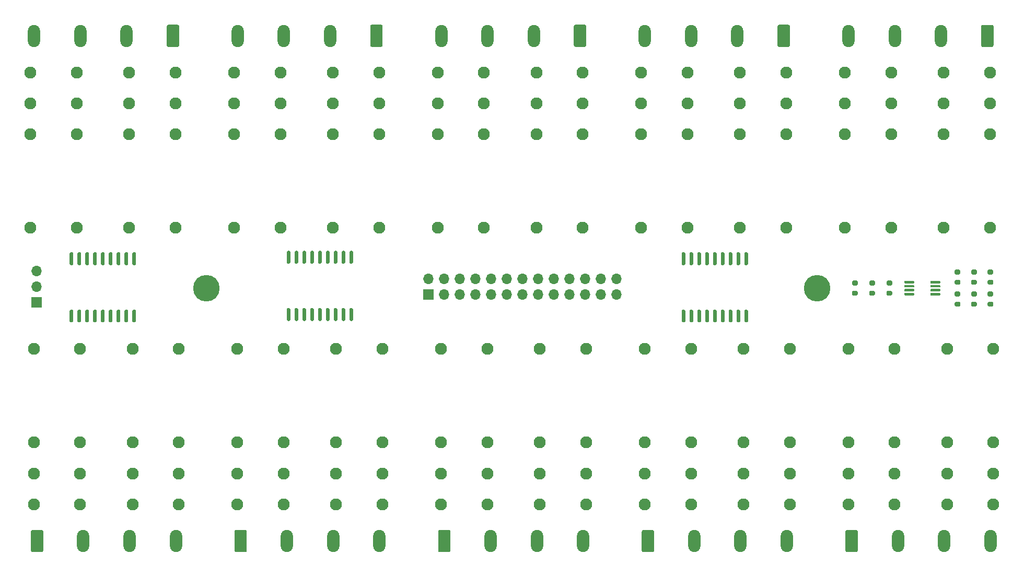
<source format=gbr>
%TF.GenerationSoftware,KiCad,Pcbnew,(5.1.6)-1*%
%TF.CreationDate,2021-10-14T08:46:51+02:00*%
%TF.ProjectId,boneIO - relay board,626f6e65-494f-4202-9d20-72656c617920,rev?*%
%TF.SameCoordinates,Original*%
%TF.FileFunction,Soldermask,Top*%
%TF.FilePolarity,Negative*%
%FSLAX46Y46*%
G04 Gerber Fmt 4.6, Leading zero omitted, Abs format (unit mm)*
G04 Created by KiCad (PCBNEW (5.1.6)-1) date 2021-10-14 08:46:51*
%MOMM*%
%LPD*%
G01*
G04 APERTURE LIST*
%ADD10O,1.700000X1.700000*%
%ADD11R,1.700000X1.700000*%
%ADD12C,4.300000*%
%ADD13C,1.950000*%
%ADD14O,2.000000X3.600000*%
G04 APERTURE END LIST*
%TO.C,U4*%
G36*
G01*
X440443000Y-313808000D02*
X440443000Y-313608000D01*
G75*
G02*
X440543000Y-313508000I100000J0D01*
G01*
X441968000Y-313508000D01*
G75*
G02*
X442068000Y-313608000I0J-100000D01*
G01*
X442068000Y-313808000D01*
G75*
G02*
X441968000Y-313908000I-100000J0D01*
G01*
X440543000Y-313908000D01*
G75*
G02*
X440443000Y-313808000I0J100000D01*
G01*
G37*
G36*
G01*
X440443000Y-314458000D02*
X440443000Y-314258000D01*
G75*
G02*
X440543000Y-314158000I100000J0D01*
G01*
X441968000Y-314158000D01*
G75*
G02*
X442068000Y-314258000I0J-100000D01*
G01*
X442068000Y-314458000D01*
G75*
G02*
X441968000Y-314558000I-100000J0D01*
G01*
X440543000Y-314558000D01*
G75*
G02*
X440443000Y-314458000I0J100000D01*
G01*
G37*
G36*
G01*
X440443000Y-315108000D02*
X440443000Y-314908000D01*
G75*
G02*
X440543000Y-314808000I100000J0D01*
G01*
X441968000Y-314808000D01*
G75*
G02*
X442068000Y-314908000I0J-100000D01*
G01*
X442068000Y-315108000D01*
G75*
G02*
X441968000Y-315208000I-100000J0D01*
G01*
X440543000Y-315208000D01*
G75*
G02*
X440443000Y-315108000I0J100000D01*
G01*
G37*
G36*
G01*
X440443000Y-315758000D02*
X440443000Y-315558000D01*
G75*
G02*
X440543000Y-315458000I100000J0D01*
G01*
X441968000Y-315458000D01*
G75*
G02*
X442068000Y-315558000I0J-100000D01*
G01*
X442068000Y-315758000D01*
G75*
G02*
X441968000Y-315858000I-100000J0D01*
G01*
X440543000Y-315858000D01*
G75*
G02*
X440443000Y-315758000I0J100000D01*
G01*
G37*
G36*
G01*
X436218000Y-315758000D02*
X436218000Y-315558000D01*
G75*
G02*
X436318000Y-315458000I100000J0D01*
G01*
X437743000Y-315458000D01*
G75*
G02*
X437843000Y-315558000I0J-100000D01*
G01*
X437843000Y-315758000D01*
G75*
G02*
X437743000Y-315858000I-100000J0D01*
G01*
X436318000Y-315858000D01*
G75*
G02*
X436218000Y-315758000I0J100000D01*
G01*
G37*
G36*
G01*
X436218000Y-315108000D02*
X436218000Y-314908000D01*
G75*
G02*
X436318000Y-314808000I100000J0D01*
G01*
X437743000Y-314808000D01*
G75*
G02*
X437843000Y-314908000I0J-100000D01*
G01*
X437843000Y-315108000D01*
G75*
G02*
X437743000Y-315208000I-100000J0D01*
G01*
X436318000Y-315208000D01*
G75*
G02*
X436218000Y-315108000I0J100000D01*
G01*
G37*
G36*
G01*
X436218000Y-314458000D02*
X436218000Y-314258000D01*
G75*
G02*
X436318000Y-314158000I100000J0D01*
G01*
X437743000Y-314158000D01*
G75*
G02*
X437843000Y-314258000I0J-100000D01*
G01*
X437843000Y-314458000D01*
G75*
G02*
X437743000Y-314558000I-100000J0D01*
G01*
X436318000Y-314558000D01*
G75*
G02*
X436218000Y-314458000I0J100000D01*
G01*
G37*
G36*
G01*
X436218000Y-313808000D02*
X436218000Y-313608000D01*
G75*
G02*
X436318000Y-313508000I100000J0D01*
G01*
X437743000Y-313508000D01*
G75*
G02*
X437843000Y-313608000I0J-100000D01*
G01*
X437843000Y-313808000D01*
G75*
G02*
X437743000Y-313908000I-100000J0D01*
G01*
X436318000Y-313908000D01*
G75*
G02*
X436218000Y-313808000I0J100000D01*
G01*
G37*
%TD*%
%TO.C,R9*%
G36*
G01*
X427946000Y-315108000D02*
X428496000Y-315108000D01*
G75*
G02*
X428696000Y-315308000I0J-200000D01*
G01*
X428696000Y-315708000D01*
G75*
G02*
X428496000Y-315908000I-200000J0D01*
G01*
X427946000Y-315908000D01*
G75*
G02*
X427746000Y-315708000I0J200000D01*
G01*
X427746000Y-315308000D01*
G75*
G02*
X427946000Y-315108000I200000J0D01*
G01*
G37*
G36*
G01*
X427946000Y-313458000D02*
X428496000Y-313458000D01*
G75*
G02*
X428696000Y-313658000I0J-200000D01*
G01*
X428696000Y-314058000D01*
G75*
G02*
X428496000Y-314258000I-200000J0D01*
G01*
X427946000Y-314258000D01*
G75*
G02*
X427746000Y-314058000I0J200000D01*
G01*
X427746000Y-313658000D01*
G75*
G02*
X427946000Y-313458000I200000J0D01*
G01*
G37*
%TD*%
%TO.C,R8*%
G36*
G01*
X433534000Y-315108000D02*
X434084000Y-315108000D01*
G75*
G02*
X434284000Y-315308000I0J-200000D01*
G01*
X434284000Y-315708000D01*
G75*
G02*
X434084000Y-315908000I-200000J0D01*
G01*
X433534000Y-315908000D01*
G75*
G02*
X433334000Y-315708000I0J200000D01*
G01*
X433334000Y-315308000D01*
G75*
G02*
X433534000Y-315108000I200000J0D01*
G01*
G37*
G36*
G01*
X433534000Y-313458000D02*
X434084000Y-313458000D01*
G75*
G02*
X434284000Y-313658000I0J-200000D01*
G01*
X434284000Y-314058000D01*
G75*
G02*
X434084000Y-314258000I-200000J0D01*
G01*
X433534000Y-314258000D01*
G75*
G02*
X433334000Y-314058000I0J200000D01*
G01*
X433334000Y-313658000D01*
G75*
G02*
X433534000Y-313458000I200000J0D01*
G01*
G37*
%TD*%
%TO.C,R7*%
G36*
G01*
X430740000Y-315108000D02*
X431290000Y-315108000D01*
G75*
G02*
X431490000Y-315308000I0J-200000D01*
G01*
X431490000Y-315708000D01*
G75*
G02*
X431290000Y-315908000I-200000J0D01*
G01*
X430740000Y-315908000D01*
G75*
G02*
X430540000Y-315708000I0J200000D01*
G01*
X430540000Y-315308000D01*
G75*
G02*
X430740000Y-315108000I200000J0D01*
G01*
G37*
G36*
G01*
X430740000Y-313458000D02*
X431290000Y-313458000D01*
G75*
G02*
X431490000Y-313658000I0J-200000D01*
G01*
X431490000Y-314058000D01*
G75*
G02*
X431290000Y-314258000I-200000J0D01*
G01*
X430740000Y-314258000D01*
G75*
G02*
X430540000Y-314058000I0J200000D01*
G01*
X430540000Y-313658000D01*
G75*
G02*
X430740000Y-313458000I200000J0D01*
G01*
G37*
%TD*%
%TO.C,R6*%
G36*
G01*
X449917000Y-316886000D02*
X450467000Y-316886000D01*
G75*
G02*
X450667000Y-317086000I0J-200000D01*
G01*
X450667000Y-317486000D01*
G75*
G02*
X450467000Y-317686000I-200000J0D01*
G01*
X449917000Y-317686000D01*
G75*
G02*
X449717000Y-317486000I0J200000D01*
G01*
X449717000Y-317086000D01*
G75*
G02*
X449917000Y-316886000I200000J0D01*
G01*
G37*
G36*
G01*
X449917000Y-315236000D02*
X450467000Y-315236000D01*
G75*
G02*
X450667000Y-315436000I0J-200000D01*
G01*
X450667000Y-315836000D01*
G75*
G02*
X450467000Y-316036000I-200000J0D01*
G01*
X449917000Y-316036000D01*
G75*
G02*
X449717000Y-315836000I0J200000D01*
G01*
X449717000Y-315436000D01*
G75*
G02*
X449917000Y-315236000I200000J0D01*
G01*
G37*
%TD*%
%TO.C,R5*%
G36*
G01*
X449917000Y-313330000D02*
X450467000Y-313330000D01*
G75*
G02*
X450667000Y-313530000I0J-200000D01*
G01*
X450667000Y-313930000D01*
G75*
G02*
X450467000Y-314130000I-200000J0D01*
G01*
X449917000Y-314130000D01*
G75*
G02*
X449717000Y-313930000I0J200000D01*
G01*
X449717000Y-313530000D01*
G75*
G02*
X449917000Y-313330000I200000J0D01*
G01*
G37*
G36*
G01*
X449917000Y-311680000D02*
X450467000Y-311680000D01*
G75*
G02*
X450667000Y-311880000I0J-200000D01*
G01*
X450667000Y-312280000D01*
G75*
G02*
X450467000Y-312480000I-200000J0D01*
G01*
X449917000Y-312480000D01*
G75*
G02*
X449717000Y-312280000I0J200000D01*
G01*
X449717000Y-311880000D01*
G75*
G02*
X449917000Y-311680000I200000J0D01*
G01*
G37*
%TD*%
%TO.C,R4*%
G36*
G01*
X447250000Y-316886000D02*
X447800000Y-316886000D01*
G75*
G02*
X448000000Y-317086000I0J-200000D01*
G01*
X448000000Y-317486000D01*
G75*
G02*
X447800000Y-317686000I-200000J0D01*
G01*
X447250000Y-317686000D01*
G75*
G02*
X447050000Y-317486000I0J200000D01*
G01*
X447050000Y-317086000D01*
G75*
G02*
X447250000Y-316886000I200000J0D01*
G01*
G37*
G36*
G01*
X447250000Y-315236000D02*
X447800000Y-315236000D01*
G75*
G02*
X448000000Y-315436000I0J-200000D01*
G01*
X448000000Y-315836000D01*
G75*
G02*
X447800000Y-316036000I-200000J0D01*
G01*
X447250000Y-316036000D01*
G75*
G02*
X447050000Y-315836000I0J200000D01*
G01*
X447050000Y-315436000D01*
G75*
G02*
X447250000Y-315236000I200000J0D01*
G01*
G37*
%TD*%
%TO.C,R3*%
G36*
G01*
X447250000Y-313330000D02*
X447800000Y-313330000D01*
G75*
G02*
X448000000Y-313530000I0J-200000D01*
G01*
X448000000Y-313930000D01*
G75*
G02*
X447800000Y-314130000I-200000J0D01*
G01*
X447250000Y-314130000D01*
G75*
G02*
X447050000Y-313930000I0J200000D01*
G01*
X447050000Y-313530000D01*
G75*
G02*
X447250000Y-313330000I200000J0D01*
G01*
G37*
G36*
G01*
X447250000Y-311680000D02*
X447800000Y-311680000D01*
G75*
G02*
X448000000Y-311880000I0J-200000D01*
G01*
X448000000Y-312280000D01*
G75*
G02*
X447800000Y-312480000I-200000J0D01*
G01*
X447250000Y-312480000D01*
G75*
G02*
X447050000Y-312280000I0J200000D01*
G01*
X447050000Y-311880000D01*
G75*
G02*
X447250000Y-311680000I200000J0D01*
G01*
G37*
%TD*%
%TO.C,R2*%
G36*
G01*
X444583000Y-316886000D02*
X445133000Y-316886000D01*
G75*
G02*
X445333000Y-317086000I0J-200000D01*
G01*
X445333000Y-317486000D01*
G75*
G02*
X445133000Y-317686000I-200000J0D01*
G01*
X444583000Y-317686000D01*
G75*
G02*
X444383000Y-317486000I0J200000D01*
G01*
X444383000Y-317086000D01*
G75*
G02*
X444583000Y-316886000I200000J0D01*
G01*
G37*
G36*
G01*
X444583000Y-315236000D02*
X445133000Y-315236000D01*
G75*
G02*
X445333000Y-315436000I0J-200000D01*
G01*
X445333000Y-315836000D01*
G75*
G02*
X445133000Y-316036000I-200000J0D01*
G01*
X444583000Y-316036000D01*
G75*
G02*
X444383000Y-315836000I0J200000D01*
G01*
X444383000Y-315436000D01*
G75*
G02*
X444583000Y-315236000I200000J0D01*
G01*
G37*
%TD*%
%TO.C,R1*%
G36*
G01*
X444583000Y-313330000D02*
X445133000Y-313330000D01*
G75*
G02*
X445333000Y-313530000I0J-200000D01*
G01*
X445333000Y-313930000D01*
G75*
G02*
X445133000Y-314130000I-200000J0D01*
G01*
X444583000Y-314130000D01*
G75*
G02*
X444383000Y-313930000I0J200000D01*
G01*
X444383000Y-313530000D01*
G75*
G02*
X444583000Y-313330000I200000J0D01*
G01*
G37*
G36*
G01*
X444583000Y-311680000D02*
X445133000Y-311680000D01*
G75*
G02*
X445333000Y-311880000I0J-200000D01*
G01*
X445333000Y-312280000D01*
G75*
G02*
X445133000Y-312480000I-200000J0D01*
G01*
X444583000Y-312480000D01*
G75*
G02*
X444383000Y-312280000I0J200000D01*
G01*
X444383000Y-311880000D01*
G75*
G02*
X444583000Y-311680000I200000J0D01*
G01*
G37*
%TD*%
D10*
%TO.C,J7*%
X295633000Y-311889000D03*
X295633000Y-314429000D03*
D11*
X295633000Y-316969000D03*
%TD*%
D12*
%TO.C,H2*%
X323140000Y-314708000D03*
%TD*%
D13*
%TO.C,K1*%
X302665000Y-324508000D03*
X295165000Y-324508000D03*
X302665000Y-349708000D03*
X302665000Y-339708000D03*
X302665000Y-344708000D03*
X295165000Y-349708000D03*
X295165000Y-339708000D03*
X295165000Y-344708000D03*
%TD*%
D10*
%TO.C,J12*%
X389620000Y-313168000D03*
X389620000Y-315708000D03*
X387080000Y-313168000D03*
X387080000Y-315708000D03*
X384540000Y-313168000D03*
X384540000Y-315708000D03*
X382000000Y-313168000D03*
X382000000Y-315708000D03*
X379460000Y-313168000D03*
X379460000Y-315708000D03*
X376920000Y-313168000D03*
X376920000Y-315708000D03*
X374380000Y-313168000D03*
X374380000Y-315708000D03*
X371840000Y-313168000D03*
X371840000Y-315708000D03*
X369300000Y-313168000D03*
X369300000Y-315708000D03*
X366760000Y-313168000D03*
X366760000Y-315708000D03*
X364220000Y-313168000D03*
X364220000Y-315708000D03*
X361680000Y-313168000D03*
X361680000Y-315708000D03*
X359140000Y-313168000D03*
D11*
X359140000Y-315708000D03*
%TD*%
D13*
%TO.C,K2*%
X318665000Y-324508000D03*
X311165000Y-324508000D03*
X318665000Y-349708000D03*
X318665000Y-339708000D03*
X318665000Y-344708000D03*
X311165000Y-349708000D03*
X311165000Y-339708000D03*
X311165000Y-344708000D03*
%TD*%
%TO.C,K18*%
X409615000Y-304883000D03*
X417115000Y-304883000D03*
X409615000Y-279683000D03*
X409615000Y-289683000D03*
X409615000Y-284683000D03*
X417115000Y-279683000D03*
X417115000Y-289683000D03*
X417115000Y-284683000D03*
%TD*%
%TO.C,U3*%
G36*
G01*
X400610000Y-310933000D02*
X400310000Y-310933000D01*
G75*
G02*
X400160000Y-310783000I0J150000D01*
G01*
X400160000Y-309033000D01*
G75*
G02*
X400310000Y-308883000I150000J0D01*
G01*
X400610000Y-308883000D01*
G75*
G02*
X400760000Y-309033000I0J-150000D01*
G01*
X400760000Y-310783000D01*
G75*
G02*
X400610000Y-310933000I-150000J0D01*
G01*
G37*
G36*
G01*
X401880000Y-310933000D02*
X401580000Y-310933000D01*
G75*
G02*
X401430000Y-310783000I0J150000D01*
G01*
X401430000Y-309033000D01*
G75*
G02*
X401580000Y-308883000I150000J0D01*
G01*
X401880000Y-308883000D01*
G75*
G02*
X402030000Y-309033000I0J-150000D01*
G01*
X402030000Y-310783000D01*
G75*
G02*
X401880000Y-310933000I-150000J0D01*
G01*
G37*
G36*
G01*
X403150000Y-310933000D02*
X402850000Y-310933000D01*
G75*
G02*
X402700000Y-310783000I0J150000D01*
G01*
X402700000Y-309033000D01*
G75*
G02*
X402850000Y-308883000I150000J0D01*
G01*
X403150000Y-308883000D01*
G75*
G02*
X403300000Y-309033000I0J-150000D01*
G01*
X403300000Y-310783000D01*
G75*
G02*
X403150000Y-310933000I-150000J0D01*
G01*
G37*
G36*
G01*
X404420000Y-310933000D02*
X404120000Y-310933000D01*
G75*
G02*
X403970000Y-310783000I0J150000D01*
G01*
X403970000Y-309033000D01*
G75*
G02*
X404120000Y-308883000I150000J0D01*
G01*
X404420000Y-308883000D01*
G75*
G02*
X404570000Y-309033000I0J-150000D01*
G01*
X404570000Y-310783000D01*
G75*
G02*
X404420000Y-310933000I-150000J0D01*
G01*
G37*
G36*
G01*
X405690000Y-310933000D02*
X405390000Y-310933000D01*
G75*
G02*
X405240000Y-310783000I0J150000D01*
G01*
X405240000Y-309033000D01*
G75*
G02*
X405390000Y-308883000I150000J0D01*
G01*
X405690000Y-308883000D01*
G75*
G02*
X405840000Y-309033000I0J-150000D01*
G01*
X405840000Y-310783000D01*
G75*
G02*
X405690000Y-310933000I-150000J0D01*
G01*
G37*
G36*
G01*
X406960000Y-310933000D02*
X406660000Y-310933000D01*
G75*
G02*
X406510000Y-310783000I0J150000D01*
G01*
X406510000Y-309033000D01*
G75*
G02*
X406660000Y-308883000I150000J0D01*
G01*
X406960000Y-308883000D01*
G75*
G02*
X407110000Y-309033000I0J-150000D01*
G01*
X407110000Y-310783000D01*
G75*
G02*
X406960000Y-310933000I-150000J0D01*
G01*
G37*
G36*
G01*
X408230000Y-310933000D02*
X407930000Y-310933000D01*
G75*
G02*
X407780000Y-310783000I0J150000D01*
G01*
X407780000Y-309033000D01*
G75*
G02*
X407930000Y-308883000I150000J0D01*
G01*
X408230000Y-308883000D01*
G75*
G02*
X408380000Y-309033000I0J-150000D01*
G01*
X408380000Y-310783000D01*
G75*
G02*
X408230000Y-310933000I-150000J0D01*
G01*
G37*
G36*
G01*
X409500000Y-310933000D02*
X409200000Y-310933000D01*
G75*
G02*
X409050000Y-310783000I0J150000D01*
G01*
X409050000Y-309033000D01*
G75*
G02*
X409200000Y-308883000I150000J0D01*
G01*
X409500000Y-308883000D01*
G75*
G02*
X409650000Y-309033000I0J-150000D01*
G01*
X409650000Y-310783000D01*
G75*
G02*
X409500000Y-310933000I-150000J0D01*
G01*
G37*
G36*
G01*
X410770000Y-310933000D02*
X410470000Y-310933000D01*
G75*
G02*
X410320000Y-310783000I0J150000D01*
G01*
X410320000Y-309033000D01*
G75*
G02*
X410470000Y-308883000I150000J0D01*
G01*
X410770000Y-308883000D01*
G75*
G02*
X410920000Y-309033000I0J-150000D01*
G01*
X410920000Y-310783000D01*
G75*
G02*
X410770000Y-310933000I-150000J0D01*
G01*
G37*
G36*
G01*
X410770000Y-320233000D02*
X410470000Y-320233000D01*
G75*
G02*
X410320000Y-320083000I0J150000D01*
G01*
X410320000Y-318333000D01*
G75*
G02*
X410470000Y-318183000I150000J0D01*
G01*
X410770000Y-318183000D01*
G75*
G02*
X410920000Y-318333000I0J-150000D01*
G01*
X410920000Y-320083000D01*
G75*
G02*
X410770000Y-320233000I-150000J0D01*
G01*
G37*
G36*
G01*
X409500000Y-320233000D02*
X409200000Y-320233000D01*
G75*
G02*
X409050000Y-320083000I0J150000D01*
G01*
X409050000Y-318333000D01*
G75*
G02*
X409200000Y-318183000I150000J0D01*
G01*
X409500000Y-318183000D01*
G75*
G02*
X409650000Y-318333000I0J-150000D01*
G01*
X409650000Y-320083000D01*
G75*
G02*
X409500000Y-320233000I-150000J0D01*
G01*
G37*
G36*
G01*
X408230000Y-320233000D02*
X407930000Y-320233000D01*
G75*
G02*
X407780000Y-320083000I0J150000D01*
G01*
X407780000Y-318333000D01*
G75*
G02*
X407930000Y-318183000I150000J0D01*
G01*
X408230000Y-318183000D01*
G75*
G02*
X408380000Y-318333000I0J-150000D01*
G01*
X408380000Y-320083000D01*
G75*
G02*
X408230000Y-320233000I-150000J0D01*
G01*
G37*
G36*
G01*
X406960000Y-320233000D02*
X406660000Y-320233000D01*
G75*
G02*
X406510000Y-320083000I0J150000D01*
G01*
X406510000Y-318333000D01*
G75*
G02*
X406660000Y-318183000I150000J0D01*
G01*
X406960000Y-318183000D01*
G75*
G02*
X407110000Y-318333000I0J-150000D01*
G01*
X407110000Y-320083000D01*
G75*
G02*
X406960000Y-320233000I-150000J0D01*
G01*
G37*
G36*
G01*
X405690000Y-320233000D02*
X405390000Y-320233000D01*
G75*
G02*
X405240000Y-320083000I0J150000D01*
G01*
X405240000Y-318333000D01*
G75*
G02*
X405390000Y-318183000I150000J0D01*
G01*
X405690000Y-318183000D01*
G75*
G02*
X405840000Y-318333000I0J-150000D01*
G01*
X405840000Y-320083000D01*
G75*
G02*
X405690000Y-320233000I-150000J0D01*
G01*
G37*
G36*
G01*
X404420000Y-320233000D02*
X404120000Y-320233000D01*
G75*
G02*
X403970000Y-320083000I0J150000D01*
G01*
X403970000Y-318333000D01*
G75*
G02*
X404120000Y-318183000I150000J0D01*
G01*
X404420000Y-318183000D01*
G75*
G02*
X404570000Y-318333000I0J-150000D01*
G01*
X404570000Y-320083000D01*
G75*
G02*
X404420000Y-320233000I-150000J0D01*
G01*
G37*
G36*
G01*
X403150000Y-320233000D02*
X402850000Y-320233000D01*
G75*
G02*
X402700000Y-320083000I0J150000D01*
G01*
X402700000Y-318333000D01*
G75*
G02*
X402850000Y-318183000I150000J0D01*
G01*
X403150000Y-318183000D01*
G75*
G02*
X403300000Y-318333000I0J-150000D01*
G01*
X403300000Y-320083000D01*
G75*
G02*
X403150000Y-320233000I-150000J0D01*
G01*
G37*
G36*
G01*
X401880000Y-320233000D02*
X401580000Y-320233000D01*
G75*
G02*
X401430000Y-320083000I0J150000D01*
G01*
X401430000Y-318333000D01*
G75*
G02*
X401580000Y-318183000I150000J0D01*
G01*
X401880000Y-318183000D01*
G75*
G02*
X402030000Y-318333000I0J-150000D01*
G01*
X402030000Y-320083000D01*
G75*
G02*
X401880000Y-320233000I-150000J0D01*
G01*
G37*
G36*
G01*
X400610000Y-320233000D02*
X400310000Y-320233000D01*
G75*
G02*
X400160000Y-320083000I0J150000D01*
G01*
X400160000Y-318333000D01*
G75*
G02*
X400310000Y-318183000I150000J0D01*
G01*
X400610000Y-318183000D01*
G75*
G02*
X400760000Y-318333000I0J-150000D01*
G01*
X400760000Y-320083000D01*
G75*
G02*
X400610000Y-320233000I-150000J0D01*
G01*
G37*
%TD*%
%TO.C,U2*%
G36*
G01*
X346470000Y-317933000D02*
X346770000Y-317933000D01*
G75*
G02*
X346920000Y-318083000I0J-150000D01*
G01*
X346920000Y-319833000D01*
G75*
G02*
X346770000Y-319983000I-150000J0D01*
G01*
X346470000Y-319983000D01*
G75*
G02*
X346320000Y-319833000I0J150000D01*
G01*
X346320000Y-318083000D01*
G75*
G02*
X346470000Y-317933000I150000J0D01*
G01*
G37*
G36*
G01*
X345200000Y-317933000D02*
X345500000Y-317933000D01*
G75*
G02*
X345650000Y-318083000I0J-150000D01*
G01*
X345650000Y-319833000D01*
G75*
G02*
X345500000Y-319983000I-150000J0D01*
G01*
X345200000Y-319983000D01*
G75*
G02*
X345050000Y-319833000I0J150000D01*
G01*
X345050000Y-318083000D01*
G75*
G02*
X345200000Y-317933000I150000J0D01*
G01*
G37*
G36*
G01*
X343930000Y-317933000D02*
X344230000Y-317933000D01*
G75*
G02*
X344380000Y-318083000I0J-150000D01*
G01*
X344380000Y-319833000D01*
G75*
G02*
X344230000Y-319983000I-150000J0D01*
G01*
X343930000Y-319983000D01*
G75*
G02*
X343780000Y-319833000I0J150000D01*
G01*
X343780000Y-318083000D01*
G75*
G02*
X343930000Y-317933000I150000J0D01*
G01*
G37*
G36*
G01*
X342660000Y-317933000D02*
X342960000Y-317933000D01*
G75*
G02*
X343110000Y-318083000I0J-150000D01*
G01*
X343110000Y-319833000D01*
G75*
G02*
X342960000Y-319983000I-150000J0D01*
G01*
X342660000Y-319983000D01*
G75*
G02*
X342510000Y-319833000I0J150000D01*
G01*
X342510000Y-318083000D01*
G75*
G02*
X342660000Y-317933000I150000J0D01*
G01*
G37*
G36*
G01*
X341390000Y-317933000D02*
X341690000Y-317933000D01*
G75*
G02*
X341840000Y-318083000I0J-150000D01*
G01*
X341840000Y-319833000D01*
G75*
G02*
X341690000Y-319983000I-150000J0D01*
G01*
X341390000Y-319983000D01*
G75*
G02*
X341240000Y-319833000I0J150000D01*
G01*
X341240000Y-318083000D01*
G75*
G02*
X341390000Y-317933000I150000J0D01*
G01*
G37*
G36*
G01*
X340120000Y-317933000D02*
X340420000Y-317933000D01*
G75*
G02*
X340570000Y-318083000I0J-150000D01*
G01*
X340570000Y-319833000D01*
G75*
G02*
X340420000Y-319983000I-150000J0D01*
G01*
X340120000Y-319983000D01*
G75*
G02*
X339970000Y-319833000I0J150000D01*
G01*
X339970000Y-318083000D01*
G75*
G02*
X340120000Y-317933000I150000J0D01*
G01*
G37*
G36*
G01*
X338850000Y-317933000D02*
X339150000Y-317933000D01*
G75*
G02*
X339300000Y-318083000I0J-150000D01*
G01*
X339300000Y-319833000D01*
G75*
G02*
X339150000Y-319983000I-150000J0D01*
G01*
X338850000Y-319983000D01*
G75*
G02*
X338700000Y-319833000I0J150000D01*
G01*
X338700000Y-318083000D01*
G75*
G02*
X338850000Y-317933000I150000J0D01*
G01*
G37*
G36*
G01*
X337580000Y-317933000D02*
X337880000Y-317933000D01*
G75*
G02*
X338030000Y-318083000I0J-150000D01*
G01*
X338030000Y-319833000D01*
G75*
G02*
X337880000Y-319983000I-150000J0D01*
G01*
X337580000Y-319983000D01*
G75*
G02*
X337430000Y-319833000I0J150000D01*
G01*
X337430000Y-318083000D01*
G75*
G02*
X337580000Y-317933000I150000J0D01*
G01*
G37*
G36*
G01*
X336310000Y-317933000D02*
X336610000Y-317933000D01*
G75*
G02*
X336760000Y-318083000I0J-150000D01*
G01*
X336760000Y-319833000D01*
G75*
G02*
X336610000Y-319983000I-150000J0D01*
G01*
X336310000Y-319983000D01*
G75*
G02*
X336160000Y-319833000I0J150000D01*
G01*
X336160000Y-318083000D01*
G75*
G02*
X336310000Y-317933000I150000J0D01*
G01*
G37*
G36*
G01*
X336310000Y-308633000D02*
X336610000Y-308633000D01*
G75*
G02*
X336760000Y-308783000I0J-150000D01*
G01*
X336760000Y-310533000D01*
G75*
G02*
X336610000Y-310683000I-150000J0D01*
G01*
X336310000Y-310683000D01*
G75*
G02*
X336160000Y-310533000I0J150000D01*
G01*
X336160000Y-308783000D01*
G75*
G02*
X336310000Y-308633000I150000J0D01*
G01*
G37*
G36*
G01*
X337580000Y-308633000D02*
X337880000Y-308633000D01*
G75*
G02*
X338030000Y-308783000I0J-150000D01*
G01*
X338030000Y-310533000D01*
G75*
G02*
X337880000Y-310683000I-150000J0D01*
G01*
X337580000Y-310683000D01*
G75*
G02*
X337430000Y-310533000I0J150000D01*
G01*
X337430000Y-308783000D01*
G75*
G02*
X337580000Y-308633000I150000J0D01*
G01*
G37*
G36*
G01*
X338850000Y-308633000D02*
X339150000Y-308633000D01*
G75*
G02*
X339300000Y-308783000I0J-150000D01*
G01*
X339300000Y-310533000D01*
G75*
G02*
X339150000Y-310683000I-150000J0D01*
G01*
X338850000Y-310683000D01*
G75*
G02*
X338700000Y-310533000I0J150000D01*
G01*
X338700000Y-308783000D01*
G75*
G02*
X338850000Y-308633000I150000J0D01*
G01*
G37*
G36*
G01*
X340120000Y-308633000D02*
X340420000Y-308633000D01*
G75*
G02*
X340570000Y-308783000I0J-150000D01*
G01*
X340570000Y-310533000D01*
G75*
G02*
X340420000Y-310683000I-150000J0D01*
G01*
X340120000Y-310683000D01*
G75*
G02*
X339970000Y-310533000I0J150000D01*
G01*
X339970000Y-308783000D01*
G75*
G02*
X340120000Y-308633000I150000J0D01*
G01*
G37*
G36*
G01*
X341390000Y-308633000D02*
X341690000Y-308633000D01*
G75*
G02*
X341840000Y-308783000I0J-150000D01*
G01*
X341840000Y-310533000D01*
G75*
G02*
X341690000Y-310683000I-150000J0D01*
G01*
X341390000Y-310683000D01*
G75*
G02*
X341240000Y-310533000I0J150000D01*
G01*
X341240000Y-308783000D01*
G75*
G02*
X341390000Y-308633000I150000J0D01*
G01*
G37*
G36*
G01*
X342660000Y-308633000D02*
X342960000Y-308633000D01*
G75*
G02*
X343110000Y-308783000I0J-150000D01*
G01*
X343110000Y-310533000D01*
G75*
G02*
X342960000Y-310683000I-150000J0D01*
G01*
X342660000Y-310683000D01*
G75*
G02*
X342510000Y-310533000I0J150000D01*
G01*
X342510000Y-308783000D01*
G75*
G02*
X342660000Y-308633000I150000J0D01*
G01*
G37*
G36*
G01*
X343930000Y-308633000D02*
X344230000Y-308633000D01*
G75*
G02*
X344380000Y-308783000I0J-150000D01*
G01*
X344380000Y-310533000D01*
G75*
G02*
X344230000Y-310683000I-150000J0D01*
G01*
X343930000Y-310683000D01*
G75*
G02*
X343780000Y-310533000I0J150000D01*
G01*
X343780000Y-308783000D01*
G75*
G02*
X343930000Y-308633000I150000J0D01*
G01*
G37*
G36*
G01*
X345200000Y-308633000D02*
X345500000Y-308633000D01*
G75*
G02*
X345650000Y-308783000I0J-150000D01*
G01*
X345650000Y-310533000D01*
G75*
G02*
X345500000Y-310683000I-150000J0D01*
G01*
X345200000Y-310683000D01*
G75*
G02*
X345050000Y-310533000I0J150000D01*
G01*
X345050000Y-308783000D01*
G75*
G02*
X345200000Y-308633000I150000J0D01*
G01*
G37*
G36*
G01*
X346470000Y-308633000D02*
X346770000Y-308633000D01*
G75*
G02*
X346920000Y-308783000I0J-150000D01*
G01*
X346920000Y-310533000D01*
G75*
G02*
X346770000Y-310683000I-150000J0D01*
G01*
X346470000Y-310683000D01*
G75*
G02*
X346320000Y-310533000I0J150000D01*
G01*
X346320000Y-308783000D01*
G75*
G02*
X346470000Y-308633000I150000J0D01*
G01*
G37*
%TD*%
%TO.C,U1*%
G36*
G01*
X301410000Y-310933000D02*
X301110000Y-310933000D01*
G75*
G02*
X300960000Y-310783000I0J150000D01*
G01*
X300960000Y-309033000D01*
G75*
G02*
X301110000Y-308883000I150000J0D01*
G01*
X301410000Y-308883000D01*
G75*
G02*
X301560000Y-309033000I0J-150000D01*
G01*
X301560000Y-310783000D01*
G75*
G02*
X301410000Y-310933000I-150000J0D01*
G01*
G37*
G36*
G01*
X302680000Y-310933000D02*
X302380000Y-310933000D01*
G75*
G02*
X302230000Y-310783000I0J150000D01*
G01*
X302230000Y-309033000D01*
G75*
G02*
X302380000Y-308883000I150000J0D01*
G01*
X302680000Y-308883000D01*
G75*
G02*
X302830000Y-309033000I0J-150000D01*
G01*
X302830000Y-310783000D01*
G75*
G02*
X302680000Y-310933000I-150000J0D01*
G01*
G37*
G36*
G01*
X303950000Y-310933000D02*
X303650000Y-310933000D01*
G75*
G02*
X303500000Y-310783000I0J150000D01*
G01*
X303500000Y-309033000D01*
G75*
G02*
X303650000Y-308883000I150000J0D01*
G01*
X303950000Y-308883000D01*
G75*
G02*
X304100000Y-309033000I0J-150000D01*
G01*
X304100000Y-310783000D01*
G75*
G02*
X303950000Y-310933000I-150000J0D01*
G01*
G37*
G36*
G01*
X305220000Y-310933000D02*
X304920000Y-310933000D01*
G75*
G02*
X304770000Y-310783000I0J150000D01*
G01*
X304770000Y-309033000D01*
G75*
G02*
X304920000Y-308883000I150000J0D01*
G01*
X305220000Y-308883000D01*
G75*
G02*
X305370000Y-309033000I0J-150000D01*
G01*
X305370000Y-310783000D01*
G75*
G02*
X305220000Y-310933000I-150000J0D01*
G01*
G37*
G36*
G01*
X306490000Y-310933000D02*
X306190000Y-310933000D01*
G75*
G02*
X306040000Y-310783000I0J150000D01*
G01*
X306040000Y-309033000D01*
G75*
G02*
X306190000Y-308883000I150000J0D01*
G01*
X306490000Y-308883000D01*
G75*
G02*
X306640000Y-309033000I0J-150000D01*
G01*
X306640000Y-310783000D01*
G75*
G02*
X306490000Y-310933000I-150000J0D01*
G01*
G37*
G36*
G01*
X307760000Y-310933000D02*
X307460000Y-310933000D01*
G75*
G02*
X307310000Y-310783000I0J150000D01*
G01*
X307310000Y-309033000D01*
G75*
G02*
X307460000Y-308883000I150000J0D01*
G01*
X307760000Y-308883000D01*
G75*
G02*
X307910000Y-309033000I0J-150000D01*
G01*
X307910000Y-310783000D01*
G75*
G02*
X307760000Y-310933000I-150000J0D01*
G01*
G37*
G36*
G01*
X309030000Y-310933000D02*
X308730000Y-310933000D01*
G75*
G02*
X308580000Y-310783000I0J150000D01*
G01*
X308580000Y-309033000D01*
G75*
G02*
X308730000Y-308883000I150000J0D01*
G01*
X309030000Y-308883000D01*
G75*
G02*
X309180000Y-309033000I0J-150000D01*
G01*
X309180000Y-310783000D01*
G75*
G02*
X309030000Y-310933000I-150000J0D01*
G01*
G37*
G36*
G01*
X310300000Y-310933000D02*
X310000000Y-310933000D01*
G75*
G02*
X309850000Y-310783000I0J150000D01*
G01*
X309850000Y-309033000D01*
G75*
G02*
X310000000Y-308883000I150000J0D01*
G01*
X310300000Y-308883000D01*
G75*
G02*
X310450000Y-309033000I0J-150000D01*
G01*
X310450000Y-310783000D01*
G75*
G02*
X310300000Y-310933000I-150000J0D01*
G01*
G37*
G36*
G01*
X311570000Y-310933000D02*
X311270000Y-310933000D01*
G75*
G02*
X311120000Y-310783000I0J150000D01*
G01*
X311120000Y-309033000D01*
G75*
G02*
X311270000Y-308883000I150000J0D01*
G01*
X311570000Y-308883000D01*
G75*
G02*
X311720000Y-309033000I0J-150000D01*
G01*
X311720000Y-310783000D01*
G75*
G02*
X311570000Y-310933000I-150000J0D01*
G01*
G37*
G36*
G01*
X311570000Y-320233000D02*
X311270000Y-320233000D01*
G75*
G02*
X311120000Y-320083000I0J150000D01*
G01*
X311120000Y-318333000D01*
G75*
G02*
X311270000Y-318183000I150000J0D01*
G01*
X311570000Y-318183000D01*
G75*
G02*
X311720000Y-318333000I0J-150000D01*
G01*
X311720000Y-320083000D01*
G75*
G02*
X311570000Y-320233000I-150000J0D01*
G01*
G37*
G36*
G01*
X310300000Y-320233000D02*
X310000000Y-320233000D01*
G75*
G02*
X309850000Y-320083000I0J150000D01*
G01*
X309850000Y-318333000D01*
G75*
G02*
X310000000Y-318183000I150000J0D01*
G01*
X310300000Y-318183000D01*
G75*
G02*
X310450000Y-318333000I0J-150000D01*
G01*
X310450000Y-320083000D01*
G75*
G02*
X310300000Y-320233000I-150000J0D01*
G01*
G37*
G36*
G01*
X309030000Y-320233000D02*
X308730000Y-320233000D01*
G75*
G02*
X308580000Y-320083000I0J150000D01*
G01*
X308580000Y-318333000D01*
G75*
G02*
X308730000Y-318183000I150000J0D01*
G01*
X309030000Y-318183000D01*
G75*
G02*
X309180000Y-318333000I0J-150000D01*
G01*
X309180000Y-320083000D01*
G75*
G02*
X309030000Y-320233000I-150000J0D01*
G01*
G37*
G36*
G01*
X307760000Y-320233000D02*
X307460000Y-320233000D01*
G75*
G02*
X307310000Y-320083000I0J150000D01*
G01*
X307310000Y-318333000D01*
G75*
G02*
X307460000Y-318183000I150000J0D01*
G01*
X307760000Y-318183000D01*
G75*
G02*
X307910000Y-318333000I0J-150000D01*
G01*
X307910000Y-320083000D01*
G75*
G02*
X307760000Y-320233000I-150000J0D01*
G01*
G37*
G36*
G01*
X306490000Y-320233000D02*
X306190000Y-320233000D01*
G75*
G02*
X306040000Y-320083000I0J150000D01*
G01*
X306040000Y-318333000D01*
G75*
G02*
X306190000Y-318183000I150000J0D01*
G01*
X306490000Y-318183000D01*
G75*
G02*
X306640000Y-318333000I0J-150000D01*
G01*
X306640000Y-320083000D01*
G75*
G02*
X306490000Y-320233000I-150000J0D01*
G01*
G37*
G36*
G01*
X305220000Y-320233000D02*
X304920000Y-320233000D01*
G75*
G02*
X304770000Y-320083000I0J150000D01*
G01*
X304770000Y-318333000D01*
G75*
G02*
X304920000Y-318183000I150000J0D01*
G01*
X305220000Y-318183000D01*
G75*
G02*
X305370000Y-318333000I0J-150000D01*
G01*
X305370000Y-320083000D01*
G75*
G02*
X305220000Y-320233000I-150000J0D01*
G01*
G37*
G36*
G01*
X303950000Y-320233000D02*
X303650000Y-320233000D01*
G75*
G02*
X303500000Y-320083000I0J150000D01*
G01*
X303500000Y-318333000D01*
G75*
G02*
X303650000Y-318183000I150000J0D01*
G01*
X303950000Y-318183000D01*
G75*
G02*
X304100000Y-318333000I0J-150000D01*
G01*
X304100000Y-320083000D01*
G75*
G02*
X303950000Y-320233000I-150000J0D01*
G01*
G37*
G36*
G01*
X302680000Y-320233000D02*
X302380000Y-320233000D01*
G75*
G02*
X302230000Y-320083000I0J150000D01*
G01*
X302230000Y-318333000D01*
G75*
G02*
X302380000Y-318183000I150000J0D01*
G01*
X302680000Y-318183000D01*
G75*
G02*
X302830000Y-318333000I0J-150000D01*
G01*
X302830000Y-320083000D01*
G75*
G02*
X302680000Y-320233000I-150000J0D01*
G01*
G37*
G36*
G01*
X301410000Y-320233000D02*
X301110000Y-320233000D01*
G75*
G02*
X300960000Y-320083000I0J150000D01*
G01*
X300960000Y-318333000D01*
G75*
G02*
X301110000Y-318183000I150000J0D01*
G01*
X301410000Y-318183000D01*
G75*
G02*
X301560000Y-318333000I0J-150000D01*
G01*
X301560000Y-320083000D01*
G75*
G02*
X301410000Y-320233000I-150000J0D01*
G01*
G37*
%TD*%
%TO.C,K20*%
X442615000Y-304883000D03*
X450115000Y-304883000D03*
X442615000Y-279683000D03*
X442615000Y-289683000D03*
X442615000Y-284683000D03*
X450115000Y-279683000D03*
X450115000Y-289683000D03*
X450115000Y-284683000D03*
%TD*%
%TO.C,K19*%
X426615000Y-304883000D03*
X434115000Y-304883000D03*
X426615000Y-279683000D03*
X426615000Y-289683000D03*
X426615000Y-284683000D03*
X434115000Y-279683000D03*
X434115000Y-289683000D03*
X434115000Y-284683000D03*
%TD*%
%TO.C,K17*%
X393615000Y-304883000D03*
X401115000Y-304883000D03*
X393615000Y-279683000D03*
X393615000Y-289683000D03*
X393615000Y-284683000D03*
X401115000Y-279683000D03*
X401115000Y-289683000D03*
X401115000Y-284683000D03*
%TD*%
%TO.C,K16*%
X376615000Y-304883000D03*
X384115000Y-304883000D03*
X376615000Y-279683000D03*
X376615000Y-289683000D03*
X376615000Y-284683000D03*
X384115000Y-279683000D03*
X384115000Y-289683000D03*
X384115000Y-284683000D03*
%TD*%
%TO.C,K15*%
X360615000Y-304883000D03*
X368115000Y-304883000D03*
X360615000Y-279683000D03*
X360615000Y-289683000D03*
X360615000Y-284683000D03*
X368115000Y-279683000D03*
X368115000Y-289683000D03*
X368115000Y-284683000D03*
%TD*%
%TO.C,K14*%
X343615000Y-304883000D03*
X351115000Y-304883000D03*
X343615000Y-279683000D03*
X343615000Y-289683000D03*
X343615000Y-284683000D03*
X351115000Y-279683000D03*
X351115000Y-289683000D03*
X351115000Y-284683000D03*
%TD*%
%TO.C,K13*%
X327615000Y-304883000D03*
X335115000Y-304883000D03*
X327615000Y-279683000D03*
X327615000Y-289683000D03*
X327615000Y-284683000D03*
X335115000Y-279683000D03*
X335115000Y-289683000D03*
X335115000Y-284683000D03*
%TD*%
%TO.C,K12*%
X310615000Y-304883000D03*
X318115000Y-304883000D03*
X310615000Y-279683000D03*
X310615000Y-289683000D03*
X310615000Y-284683000D03*
X318115000Y-279683000D03*
X318115000Y-289683000D03*
X318115000Y-284683000D03*
%TD*%
%TO.C,K11*%
X294615000Y-304883000D03*
X302115000Y-304883000D03*
X294615000Y-279683000D03*
X294615000Y-289683000D03*
X294615000Y-284683000D03*
X302115000Y-279683000D03*
X302115000Y-289683000D03*
X302115000Y-284683000D03*
%TD*%
%TO.C,K10*%
X450665000Y-324508000D03*
X443165000Y-324508000D03*
X450665000Y-349708000D03*
X450665000Y-339708000D03*
X450665000Y-344708000D03*
X443165000Y-349708000D03*
X443165000Y-339708000D03*
X443165000Y-344708000D03*
%TD*%
%TO.C,K9*%
X434665000Y-324508000D03*
X427165000Y-324508000D03*
X434665000Y-349708000D03*
X434665000Y-339708000D03*
X434665000Y-344708000D03*
X427165000Y-349708000D03*
X427165000Y-339708000D03*
X427165000Y-344708000D03*
%TD*%
%TO.C,K8*%
X417665000Y-324508000D03*
X410165000Y-324508000D03*
X417665000Y-349708000D03*
X417665000Y-339708000D03*
X417665000Y-344708000D03*
X410165000Y-349708000D03*
X410165000Y-339708000D03*
X410165000Y-344708000D03*
%TD*%
%TO.C,K7*%
X401665000Y-324508000D03*
X394165000Y-324508000D03*
X401665000Y-349708000D03*
X401665000Y-339708000D03*
X401665000Y-344708000D03*
X394165000Y-349708000D03*
X394165000Y-339708000D03*
X394165000Y-344708000D03*
%TD*%
%TO.C,K6*%
X384665000Y-324508000D03*
X377165000Y-324508000D03*
X384665000Y-349708000D03*
X384665000Y-339708000D03*
X384665000Y-344708000D03*
X377165000Y-349708000D03*
X377165000Y-339708000D03*
X377165000Y-344708000D03*
%TD*%
%TO.C,K5*%
X368665000Y-324508000D03*
X361165000Y-324508000D03*
X368665000Y-349708000D03*
X368665000Y-339708000D03*
X368665000Y-344708000D03*
X361165000Y-349708000D03*
X361165000Y-339708000D03*
X361165000Y-344708000D03*
%TD*%
%TO.C,K4*%
X351665000Y-324508000D03*
X344165000Y-324508000D03*
X351665000Y-349708000D03*
X351665000Y-339708000D03*
X351665000Y-344708000D03*
X344165000Y-349708000D03*
X344165000Y-339708000D03*
X344165000Y-344708000D03*
%TD*%
%TO.C,K3*%
X335665000Y-324508000D03*
X328165000Y-324508000D03*
X335665000Y-349708000D03*
X335665000Y-339708000D03*
X335665000Y-344708000D03*
X328165000Y-349708000D03*
X328165000Y-339708000D03*
X328165000Y-344708000D03*
%TD*%
D14*
%TO.C,J1*%
X318190000Y-355683000D03*
X310690000Y-355683000D03*
X303190000Y-355683000D03*
G36*
G01*
X294690000Y-357233000D02*
X294690000Y-354133000D01*
G75*
G02*
X294940000Y-353883000I250000J0D01*
G01*
X296440000Y-353883000D01*
G75*
G02*
X296690000Y-354133000I0J-250000D01*
G01*
X296690000Y-357233000D01*
G75*
G02*
X296440000Y-357483000I-250000J0D01*
G01*
X294940000Y-357483000D01*
G75*
G02*
X294690000Y-357233000I0J250000D01*
G01*
G37*
%TD*%
%TO.C,J11*%
X427190000Y-273783000D03*
X434690000Y-273783000D03*
X442190000Y-273783000D03*
G36*
G01*
X450690000Y-272233000D02*
X450690000Y-275333000D01*
G75*
G02*
X450440000Y-275583000I-250000J0D01*
G01*
X448940000Y-275583000D01*
G75*
G02*
X448690000Y-275333000I0J250000D01*
G01*
X448690000Y-272233000D01*
G75*
G02*
X448940000Y-271983000I250000J0D01*
G01*
X450440000Y-271983000D01*
G75*
G02*
X450690000Y-272233000I0J-250000D01*
G01*
G37*
%TD*%
%TO.C,J10*%
X394190000Y-273758000D03*
X401690000Y-273758000D03*
X409190000Y-273758000D03*
G36*
G01*
X417690000Y-272208000D02*
X417690000Y-275308000D01*
G75*
G02*
X417440000Y-275558000I-250000J0D01*
G01*
X415940000Y-275558000D01*
G75*
G02*
X415690000Y-275308000I0J250000D01*
G01*
X415690000Y-272208000D01*
G75*
G02*
X415940000Y-271958000I250000J0D01*
G01*
X417440000Y-271958000D01*
G75*
G02*
X417690000Y-272208000I0J-250000D01*
G01*
G37*
%TD*%
%TO.C,J9*%
X328190000Y-273758000D03*
X335690000Y-273758000D03*
X343190000Y-273758000D03*
G36*
G01*
X351690000Y-272208000D02*
X351690000Y-275308000D01*
G75*
G02*
X351440000Y-275558000I-250000J0D01*
G01*
X349940000Y-275558000D01*
G75*
G02*
X349690000Y-275308000I0J250000D01*
G01*
X349690000Y-272208000D01*
G75*
G02*
X349940000Y-271958000I250000J0D01*
G01*
X351440000Y-271958000D01*
G75*
G02*
X351690000Y-272208000I0J-250000D01*
G01*
G37*
%TD*%
%TO.C,J8*%
X361190000Y-273758000D03*
X368690000Y-273758000D03*
X376190000Y-273758000D03*
G36*
G01*
X384690000Y-272208000D02*
X384690000Y-275308000D01*
G75*
G02*
X384440000Y-275558000I-250000J0D01*
G01*
X382940000Y-275558000D01*
G75*
G02*
X382690000Y-275308000I0J250000D01*
G01*
X382690000Y-272208000D01*
G75*
G02*
X382940000Y-271958000I250000J0D01*
G01*
X384440000Y-271958000D01*
G75*
G02*
X384690000Y-272208000I0J-250000D01*
G01*
G37*
%TD*%
%TO.C,J6*%
X295215000Y-273758000D03*
X302715000Y-273758000D03*
X310215000Y-273758000D03*
G36*
G01*
X318715000Y-272208000D02*
X318715000Y-275308000D01*
G75*
G02*
X318465000Y-275558000I-250000J0D01*
G01*
X316965000Y-275558000D01*
G75*
G02*
X316715000Y-275308000I0J250000D01*
G01*
X316715000Y-272208000D01*
G75*
G02*
X316965000Y-271958000I250000J0D01*
G01*
X318465000Y-271958000D01*
G75*
G02*
X318715000Y-272208000I0J-250000D01*
G01*
G37*
%TD*%
%TO.C,J5*%
X450190000Y-355683000D03*
X442690000Y-355683000D03*
X435190000Y-355683000D03*
G36*
G01*
X426690000Y-357233000D02*
X426690000Y-354133000D01*
G75*
G02*
X426940000Y-353883000I250000J0D01*
G01*
X428440000Y-353883000D01*
G75*
G02*
X428690000Y-354133000I0J-250000D01*
G01*
X428690000Y-357233000D01*
G75*
G02*
X428440000Y-357483000I-250000J0D01*
G01*
X426940000Y-357483000D01*
G75*
G02*
X426690000Y-357233000I0J250000D01*
G01*
G37*
%TD*%
%TO.C,J4*%
X417190000Y-355683000D03*
X409690000Y-355683000D03*
X402190000Y-355683000D03*
G36*
G01*
X393690000Y-357233000D02*
X393690000Y-354133000D01*
G75*
G02*
X393940000Y-353883000I250000J0D01*
G01*
X395440000Y-353883000D01*
G75*
G02*
X395690000Y-354133000I0J-250000D01*
G01*
X395690000Y-357233000D01*
G75*
G02*
X395440000Y-357483000I-250000J0D01*
G01*
X393940000Y-357483000D01*
G75*
G02*
X393690000Y-357233000I0J250000D01*
G01*
G37*
%TD*%
%TO.C,J3*%
X384190000Y-355683000D03*
X376690000Y-355683000D03*
X369190000Y-355683000D03*
G36*
G01*
X360690000Y-357233000D02*
X360690000Y-354133000D01*
G75*
G02*
X360940000Y-353883000I250000J0D01*
G01*
X362440000Y-353883000D01*
G75*
G02*
X362690000Y-354133000I0J-250000D01*
G01*
X362690000Y-357233000D01*
G75*
G02*
X362440000Y-357483000I-250000J0D01*
G01*
X360940000Y-357483000D01*
G75*
G02*
X360690000Y-357233000I0J250000D01*
G01*
G37*
%TD*%
%TO.C,J2*%
X351190000Y-355683000D03*
X343690000Y-355683000D03*
X336190000Y-355683000D03*
G36*
G01*
X327690000Y-357233000D02*
X327690000Y-354133000D01*
G75*
G02*
X327940000Y-353883000I250000J0D01*
G01*
X329440000Y-353883000D01*
G75*
G02*
X329690000Y-354133000I0J-250000D01*
G01*
X329690000Y-357233000D01*
G75*
G02*
X329440000Y-357483000I-250000J0D01*
G01*
X327940000Y-357483000D01*
G75*
G02*
X327690000Y-357233000I0J250000D01*
G01*
G37*
%TD*%
D12*
%TO.C,H1*%
X422140000Y-314708000D03*
%TD*%
M02*

</source>
